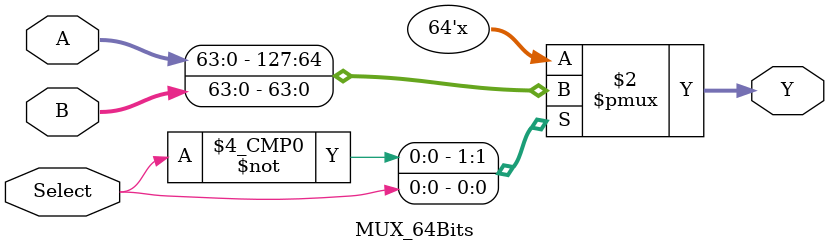
<source format=v>
`timescale 1ns / 1ps
module MUX_64Bits(
    input [63:0] A,
    input [63:0] B,
    input Select,
    output reg [63:0] Y
    );
	
	always@(A, B, Select)
		case(Select)
			0: Y = A;
			1:	Y = B;
		endcase

endmodule

</source>
